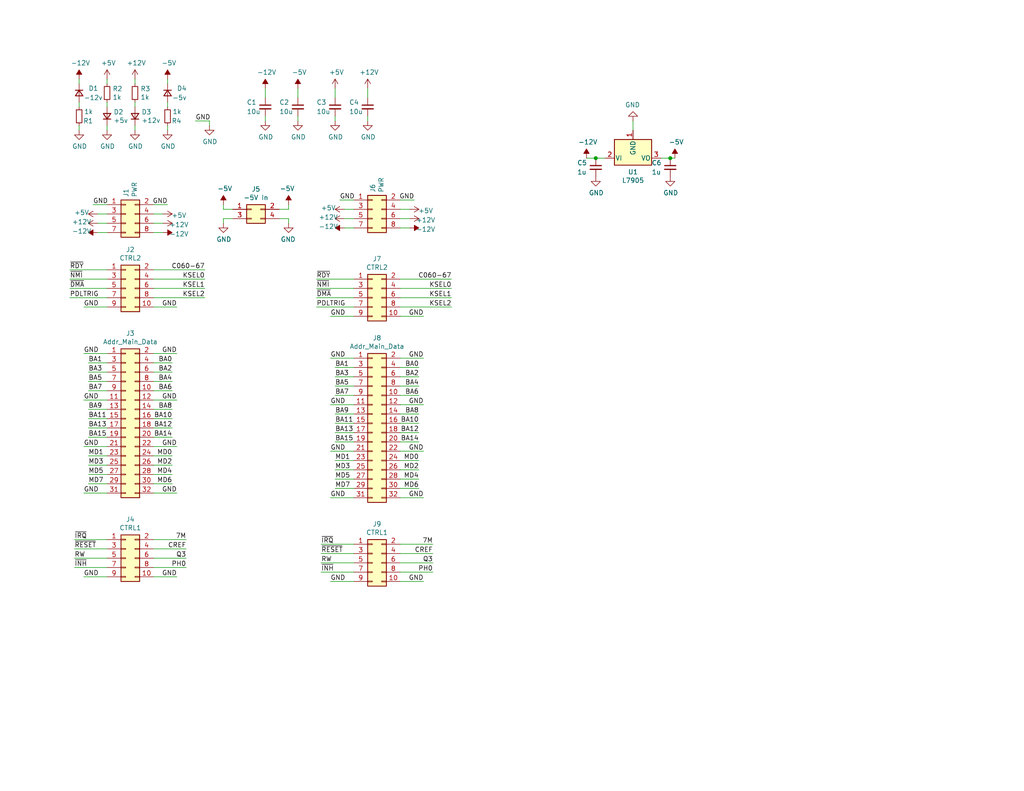
<source format=kicad_sch>
(kicad_sch (version 20230121) (generator eeschema)
  (paper "USLetter")
  (title_block (title "GD Prototyping board for Backplane") (date "2021-09-08") (rev "1"))
  (lib_symbols
    (symbol "Connector_Generic:Conn_02x02_Odd_Even" (pin_names (offset 1.016) hide)
      (property "Reference" "J" (at 1.27 2.54 0))
      (property "Value" "Conn_02x02_Odd_Even" (at 1.27 -5.08 0))
      (symbol "Conn_02x02_Odd_Even_1_1"
        (rectangle (start -1.27 -2.413) (end 0 -2.667) (stroke (width 0.1524)))
        (rectangle (start -1.27 0.127) (end 0 -0.127) (stroke (width 0.1524)))
        (rectangle (start -1.27 1.27) (end 3.81 -3.81) (stroke (width 0.254)) (fill (type background)))
        (rectangle (start 3.81 -2.413) (end 2.54 -2.667) (stroke (width 0.1524)))
        (rectangle (start 3.81 0.127) (end 2.54 -0.127) (stroke (width 0.1524)))
        (pin passive line (at -5.08 0 0) (length 3.81) (name "Pin_1") (number "1"))
        (pin passive line (at 7.62 0 180) (length 3.81) (name "Pin_2") (number "2"))
        (pin passive line (at -5.08 -2.54 0) (length 3.81) (name "Pin_3") (number "3"))
        (pin passive line (at 7.62 -2.54 180) (length 3.81) (name "Pin_4") (number "4"))
      )
    )
    (symbol "Connector_Generic:Conn_02x04_Odd_Even" (pin_names (offset 1.016) hide)
      (property "Reference" "J" (at 1.27 5.08 0))
      (property "Value" "Conn_02x04_Odd_Even" (at 1.27 -7.62 0))
      (symbol "Conn_02x04_Odd_Even_1_1"
        (rectangle (start -1.27 -4.953) (end 0 -5.207) (stroke (width 0.1524)))
        (rectangle (start -1.27 -2.413) (end 0 -2.667) (stroke (width 0.1524)))
        (rectangle (start -1.27 0.127) (end 0 -0.127) (stroke (width 0.1524)))
        (rectangle (start -1.27 2.667) (end 0 2.413) (stroke (width 0.1524)))
        (rectangle (start -1.27 3.81) (end 3.81 -6.35) (stroke (width 0.254)) (fill (type background)))
        (rectangle (start 3.81 -4.953) (end 2.54 -5.207) (stroke (width 0.1524)))
        (rectangle (start 3.81 -2.413) (end 2.54 -2.667) (stroke (width 0.1524)))
        (rectangle (start 3.81 0.127) (end 2.54 -0.127) (stroke (width 0.1524)))
        (rectangle (start 3.81 2.667) (end 2.54 2.413) (stroke (width 0.1524)))
        (pin passive line (at -5.08 2.54 0) (length 3.81) (name "Pin_1") (number "1"))
        (pin passive line (at 7.62 2.54 180) (length 3.81) (name "Pin_2") (number "2"))
        (pin passive line (at -5.08 0 0) (length 3.81) (name "Pin_3") (number "3"))
        (pin passive line (at 7.62 0 180) (length 3.81) (name "Pin_4") (number "4"))
        (pin passive line (at -5.08 -2.54 0) (length 3.81) (name "Pin_5") (number "5"))
        (pin passive line (at 7.62 -2.54 180) (length 3.81) (name "Pin_6") (number "6"))
        (pin passive line (at -5.08 -5.08 0) (length 3.81) (name "Pin_7") (number "7"))
        (pin passive line (at 7.62 -5.08 180) (length 3.81) (name "Pin_8") (number "8"))
      )
    )
    (symbol "Connector_Generic:Conn_02x05_Odd_Even" (pin_names (offset 1.016) hide)
      (property "Reference" "J" (at 1.27 7.62 0))
      (property "Value" "Conn_02x05_Odd_Even" (at 1.27 -7.62 0))
      (symbol "Conn_02x05_Odd_Even_1_1"
        (rectangle (start -1.27 -4.953) (end 0 -5.207) (stroke (width 0.1524)))
        (rectangle (start -1.27 -2.413) (end 0 -2.667) (stroke (width 0.1524)))
        (rectangle (start -1.27 0.127) (end 0 -0.127) (stroke (width 0.1524)))
        (rectangle (start -1.27 2.667) (end 0 2.413) (stroke (width 0.1524)))
        (rectangle (start -1.27 5.207) (end 0 4.953) (stroke (width 0.1524)))
        (rectangle (start -1.27 6.35) (end 3.81 -6.35) (stroke (width 0.254)) (fill (type background)))
        (rectangle (start 3.81 -4.953) (end 2.54 -5.207) (stroke (width 0.1524)))
        (rectangle (start 3.81 -2.413) (end 2.54 -2.667) (stroke (width 0.1524)))
        (rectangle (start 3.81 0.127) (end 2.54 -0.127) (stroke (width 0.1524)))
        (rectangle (start 3.81 2.667) (end 2.54 2.413) (stroke (width 0.1524)))
        (rectangle (start 3.81 5.207) (end 2.54 4.953) (stroke (width 0.1524)))
        (pin passive line (at -5.08 5.08 0) (length 3.81) (name "Pin_1") (number "1"))
        (pin passive line (at 7.62 -5.08 180) (length 3.81) (name "Pin_10") (number "10"))
        (pin passive line (at 7.62 5.08 180) (length 3.81) (name "Pin_2") (number "2"))
        (pin passive line (at -5.08 2.54 0) (length 3.81) (name "Pin_3") (number "3"))
        (pin passive line (at 7.62 2.54 180) (length 3.81) (name "Pin_4") (number "4"))
        (pin passive line (at -5.08 0 0) (length 3.81) (name "Pin_5") (number "5"))
        (pin passive line (at 7.62 0 180) (length 3.81) (name "Pin_6") (number "6"))
        (pin passive line (at -5.08 -2.54 0) (length 3.81) (name "Pin_7") (number "7"))
        (pin passive line (at 7.62 -2.54 180) (length 3.81) (name "Pin_8") (number "8"))
        (pin passive line (at -5.08 -5.08 0) (length 3.81) (name "Pin_9") (number "9"))
      )
    )
    (symbol "Connector_Generic:Conn_02x16_Odd_Even" (pin_names (offset 1.016) hide)
      (property "Reference" "J" (at 1.27 20.32 0))
      (property "Value" "Conn_02x16_Odd_Even" (at 1.27 -22.86 0))
      (symbol "Conn_02x16_Odd_Even_1_1"
        (rectangle (start -1.27 -20.193) (end 0 -20.447) (stroke (width 0.1524)))
        (rectangle (start -1.27 -17.653) (end 0 -17.907) (stroke (width 0.1524)))
        (rectangle (start -1.27 -15.113) (end 0 -15.367) (stroke (width 0.1524)))
        (rectangle (start -1.27 -12.573) (end 0 -12.827) (stroke (width 0.1524)))
        (rectangle (start -1.27 -10.033) (end 0 -10.287) (stroke (width 0.1524)))
        (rectangle (start -1.27 -7.493) (end 0 -7.747) (stroke (width 0.1524)))
        (rectangle (start -1.27 -4.953) (end 0 -5.207) (stroke (width 0.1524)))
        (rectangle (start -1.27 -2.413) (end 0 -2.667) (stroke (width 0.1524)))
        (rectangle (start -1.27 0.127) (end 0 -0.127) (stroke (width 0.1524)))
        (rectangle (start -1.27 2.667) (end 0 2.413) (stroke (width 0.1524)))
        (rectangle (start -1.27 5.207) (end 0 4.953) (stroke (width 0.1524)))
        (rectangle (start -1.27 7.747) (end 0 7.493) (stroke (width 0.1524)))
        (rectangle (start -1.27 10.287) (end 0 10.033) (stroke (width 0.1524)))
        (rectangle (start -1.27 12.827) (end 0 12.573) (stroke (width 0.1524)))
        (rectangle (start -1.27 15.367) (end 0 15.113) (stroke (width 0.1524)))
        (rectangle (start -1.27 17.907) (end 0 17.653) (stroke (width 0.1524)))
        (rectangle (start -1.27 19.05) (end 3.81 -21.59) (stroke (width 0.254)) (fill (type background)))
        (rectangle (start 3.81 -20.193) (end 2.54 -20.447) (stroke (width 0.1524)))
        (rectangle (start 3.81 -17.653) (end 2.54 -17.907) (stroke (width 0.1524)))
        (rectangle (start 3.81 -15.113) (end 2.54 -15.367) (stroke (width 0.1524)))
        (rectangle (start 3.81 -12.573) (end 2.54 -12.827) (stroke (width 0.1524)))
        (rectangle (start 3.81 -10.033) (end 2.54 -10.287) (stroke (width 0.1524)))
        (rectangle (start 3.81 -7.493) (end 2.54 -7.747) (stroke (width 0.1524)))
        (rectangle (start 3.81 -4.953) (end 2.54 -5.207) (stroke (width 0.1524)))
        (rectangle (start 3.81 -2.413) (end 2.54 -2.667) (stroke (width 0.1524)))
        (rectangle (start 3.81 0.127) (end 2.54 -0.127) (stroke (width 0.1524)))
        (rectangle (start 3.81 2.667) (end 2.54 2.413) (stroke (width 0.1524)))
        (rectangle (start 3.81 5.207) (end 2.54 4.953) (stroke (width 0.1524)))
        (rectangle (start 3.81 7.747) (end 2.54 7.493) (stroke (width 0.1524)))
        (rectangle (start 3.81 10.287) (end 2.54 10.033) (stroke (width 0.1524)))
        (rectangle (start 3.81 12.827) (end 2.54 12.573) (stroke (width 0.1524)))
        (rectangle (start 3.81 15.367) (end 2.54 15.113) (stroke (width 0.1524)))
        (rectangle (start 3.81 17.907) (end 2.54 17.653) (stroke (width 0.1524)))
        (pin passive line (at -5.08 17.78 0) (length 3.81) (name "Pin_1") (number "1"))
        (pin passive line (at 7.62 7.62 180) (length 3.81) (name "Pin_10") (number "10"))
        (pin passive line (at -5.08 5.08 0) (length 3.81) (name "Pin_11") (number "11"))
        (pin passive line (at 7.62 5.08 180) (length 3.81) (name "Pin_12") (number "12"))
        (pin passive line (at -5.08 2.54 0) (length 3.81) (name "Pin_13") (number "13"))
        (pin passive line (at 7.62 2.54 180) (length 3.81) (name "Pin_14") (number "14"))
        (pin passive line (at -5.08 0 0) (length 3.81) (name "Pin_15") (number "15"))
        (pin passive line (at 7.62 0 180) (length 3.81) (name "Pin_16") (number "16"))
        (pin passive line (at -5.08 -2.54 0) (length 3.81) (name "Pin_17") (number "17"))
        (pin passive line (at 7.62 -2.54 180) (length 3.81) (name "Pin_18") (number "18"))
        (pin passive line (at -5.08 -5.08 0) (length 3.81) (name "Pin_19") (number "19"))
        (pin passive line (at 7.62 17.78 180) (length 3.81) (name "Pin_2") (number "2"))
        (pin passive line (at 7.62 -5.08 180) (length 3.81) (name "Pin_20") (number "20"))
        (pin passive line (at -5.08 -7.62 0) (length 3.81) (name "Pin_21") (number "21"))
        (pin passive line (at 7.62 -7.62 180) (length 3.81) (name "Pin_22") (number "22"))
        (pin passive line (at -5.08 -10.16 0) (length 3.81) (name "Pin_23") (number "23"))
        (pin passive line (at 7.62 -10.16 180) (length 3.81) (name "Pin_24") (number "24"))
        (pin passive line (at -5.08 -12.7 0) (length 3.81) (name "Pin_25") (number "25"))
        (pin passive line (at 7.62 -12.7 180) (length 3.81) (name "Pin_26") (number "26"))
        (pin passive line (at -5.08 -15.24 0) (length 3.81) (name "Pin_27") (number "27"))
        (pin passive line (at 7.62 -15.24 180) (length 3.81) (name "Pin_28") (number "28"))
        (pin passive line (at -5.08 -17.78 0) (length 3.81) (name "Pin_29") (number "29"))
        (pin passive line (at -5.08 15.24 0) (length 3.81) (name "Pin_3") (number "3"))
        (pin passive line (at 7.62 -17.78 180) (length 3.81) (name "Pin_30") (number "30"))
        (pin passive line (at -5.08 -20.32 0) (length 3.81) (name "Pin_31") (number "31"))
        (pin passive line (at 7.62 -20.32 180) (length 3.81) (name "Pin_32") (number "32"))
        (pin passive line (at 7.62 15.24 180) (length 3.81) (name "Pin_4") (number "4"))
        (pin passive line (at -5.08 12.7 0) (length 3.81) (name "Pin_5") (number "5"))
        (pin passive line (at 7.62 12.7 180) (length 3.81) (name "Pin_6") (number "6"))
        (pin passive line (at -5.08 10.16 0) (length 3.81) (name "Pin_7") (number "7"))
        (pin passive line (at 7.62 10.16 180) (length 3.81) (name "Pin_8") (number "8"))
        (pin passive line (at -5.08 7.62 0) (length 3.81) (name "Pin_9") (number "9"))
      )
    )
    (symbol "My_Library:C_0805" (pin_numbers hide) (pin_names (offset 0.254) hide)
      (property "Reference" "C" (at 0.254 1.778 0))
      (property "Value" "C_0805" (at 0.254 -2.032 0))
      (symbol "C_0805_0_1"
        (polyline (pts (xy -1.524 -0.508) (xy 1.524 -0.508)) (stroke (width 0.3302)))
        (polyline (pts (xy -1.524 0.508) (xy 1.524 0.508)) (stroke (width 0.3048)))
      )
      (symbol "C_0805_1_1"
        (pin passive line (at 0 2.54 270) (length 2.032) (name "~") (number "1"))
        (pin passive line (at 0 -2.54 90) (length 2.032) (name "~") (number "2"))
      )
    )
    (symbol "My_Library:D_1206" (pin_numbers hide) (pin_names (offset 0.254) hide)
      (property "Reference" "D" (at -1.27 2.032 0))
      (property "Value" "D_1206" (at -3.81 -2.032 0))
      (symbol "D_1206_0_1"
        (polyline (pts (xy -0.762 -1.016) (xy -0.762 1.016)) (stroke (width 0.254)))
        (polyline (pts (xy -0.762 0) (xy 0.762 0)))
        (polyline (pts (xy 0.762 -1.016) (xy -0.762 0) (xy 0.762 1.016) (xy 0.762 -1.016)) (stroke (width 0.254)))
      )
      (symbol "D_1206_1_1"
        (pin passive line (at -2.54 0 0) (length 1.778) (name "K") (number "1"))
        (pin passive line (at 2.54 0 180) (length 1.778) (name "A") (number "2"))
      )
    )
    (symbol "My_Library:R_0805" (pin_numbers hide) (pin_names (offset 0.254) hide)
      (property "Reference" "R" (at 0.762 0.508 0))
      (property "Value" "R_0805" (at 0.762 -1.016 0))
      (symbol "R_0805_0_1"
        (rectangle (start -0.762 1.778) (end 0.762 -1.778) (stroke (width 0.2032)))
      )
      (symbol "R_0805_1_1"
        (pin passive line (at 0 2.54 270) (length 0.762) (name "~") (number "1"))
        (pin passive line (at 0 -2.54 90) (length 0.762) (name "~") (number "2"))
      )
    )
    (symbol "Regulator_Linear:L7905" (pin_names (offset 0.254))
      (property "Reference" "U" (at -3.81 -3.175 0))
      (property "Value" "L7905" (at 0 -3.175 0))
      (symbol "L7905_0_1"
        (rectangle (start -5.08 5.08) (end 5.08 -1.905) (stroke (width 0.254)) (fill (type background)))
      )
      (symbol "L7905_1_1"
        (pin power_in line (at 0 7.62 270) (length 2.54) (name "GND") (number "1"))
        (pin power_in line (at -7.62 0 0) (length 2.54) (name "VI") (number "2"))
        (pin power_out line (at 7.62 0 180) (length 2.54) (name "VO") (number "3"))
      )
    )
    (symbol "power:+12V" (power) (pin_names (offset 0))
      (property "Value" "+12V" (at 0 3.556 0))
      (symbol "+12V_0_1"
        (polyline (pts (xy -0.762 1.27) (xy 0 2.54)))
        (polyline (pts (xy 0 0) (xy 0 2.54)))
        (polyline (pts (xy 0 2.54) (xy 0.762 1.27)))
      )
      (symbol "+12V_1_1"
        (pin power_in line (at 0 0 90) (length 0) hide (name "+12V") (number "1"))
      )
    )
    (symbol "power:+5V" (power) (pin_names (offset 0))
      (property "Value" "+5V" (at 0 3.556 0))
      (symbol "+5V_0_1"
        (polyline (pts (xy -0.762 1.27) (xy 0 2.54)))
        (polyline (pts (xy 0 0) (xy 0 2.54)))
        (polyline (pts (xy 0 2.54) (xy 0.762 1.27)))
      )
      (symbol "+5V_1_1"
        (pin power_in line (at 0 0 90) (length 0) hide (name "+5V") (number "1"))
      )
    )
    (symbol "power:-12V" (power) (pin_names (offset 0))
      (property "Value" "-12V" (at 0 3.81 0))
      (symbol "-12V_0_0"
        (pin power_in line (at 0 0 90) (length 0) hide (name "-12V") (number "1"))
      )
      (symbol "-12V_0_1"
        (polyline (pts (xy 0 0) (xy 0 1.27) (xy 0.762 1.27) (xy 0 2.54) (xy -0.762 1.27) (xy 0 1.27)) (fill (type outline)))
      )
    )
    (symbol "power:-5V" (power) (pin_names (offset 0))
      (property "Value" "-5V" (at 0 3.81 0))
      (symbol "-5V_0_0"
        (pin power_in line (at 0 0 90) (length 0) hide (name "-5V") (number "1"))
      )
      (symbol "-5V_0_1"
        (polyline (pts (xy 0 0) (xy 0 1.27) (xy 0.762 1.27) (xy 0 2.54) (xy -0.762 1.27) (xy 0 1.27)) (fill (type outline)))
      )
    )
    (symbol "power:GND" (power) (pin_names (offset 0))
      (property "Value" "GND" (at 0 -3.81 0))
      (symbol "GND_0_1"
        (polyline (pts (xy 0 0) (xy 0 -1.27) (xy 1.27 -1.27) (xy 0 -2.54) (xy -1.27 -1.27) (xy 0 -1.27)))
      )
      (symbol "GND_1_1"
        (pin power_in line (at 0 0 270) (length 0) hide (name "GND") (number "1"))
      )
    )
  )
  (junction (at 182.88 43.18))
  (junction (at 162.56 43.18))
  (wire (pts (xy 29.21 96.52) (xy 22.86 96.52)))
  (wire (pts (xy 24.13 116.84) (xy 29.21 116.84)))
  (wire (pts (xy 60.96 59.69) (xy 60.96 60.96)))
  (wire (pts (xy 41.91 129.54) (xy 46.99 129.54)))
  (wire (pts (xy 41.91 106.68) (xy 46.99 106.68)))
  (wire (pts (xy 109.22 83.82) (xy 123.19 83.82)))
  (wire (pts (xy 78.74 59.69) (xy 78.74 60.96)))
  (wire (pts (xy 96.52 78.74) (xy 86.36 78.74)))
  (wire (pts (xy 109.22 107.95) (xy 114.3 107.95)))
  (wire (pts (xy 41.91 154.94) (xy 50.8 154.94)))
  (wire (pts (xy 26.67 60.96) (xy 29.21 60.96)))
  (wire (pts (xy 63.5 59.69) (xy 60.96 59.69)))
  (wire (pts (xy 41.91 96.52) (xy 48.26 96.52)))
  (wire (pts (xy 162.56 43.18) (xy 160.02 43.18)))
  (wire (pts (xy 184.15 43.18) (xy 182.88 43.18)))
  (wire (pts (xy 109.22 130.81) (xy 114.3 130.81)))
  (wire (pts (xy 91.44 107.95) (xy 96.52 107.95)))
  (wire (pts (xy 72.39 24.13) (xy 72.39 26.67)))
  (wire (pts (xy 24.13 127) (xy 29.21 127)))
  (wire (pts (xy 24.13 129.54) (xy 29.21 129.54)))
  (wire (pts (xy 41.91 76.2) (xy 55.88 76.2)))
  (wire (pts (xy 109.22 128.27) (xy 114.3 128.27)))
  (wire (pts (xy 96.52 97.79) (xy 90.17 97.79)))
  (wire (pts (xy 76.2 57.15) (xy 78.74 57.15)))
  (wire (pts (xy 29.21 147.32) (xy 20.32 147.32)))
  (wire (pts (xy 24.13 99.06) (xy 29.21 99.06)))
  (wire (pts (xy 36.83 34.29) (xy 36.83 35.56)))
  (wire (pts (xy 109.22 102.87) (xy 114.3 102.87)))
  (wire (pts (xy 44.45 60.96) (xy 41.91 60.96)))
  (wire (pts (xy 41.91 121.92) (xy 48.26 121.92)))
  (wire (pts (xy 41.91 104.14) (xy 46.99 104.14)))
  (wire (pts (xy 109.22 133.35) (xy 114.3 133.35)))
  (wire (pts (xy 45.72 34.29) (xy 45.72 35.56)))
  (wire (pts (xy 41.91 147.32) (xy 50.8 147.32)))
  (wire (pts (xy 81.28 31.75) (xy 81.28 33.02)))
  (wire (pts (xy 29.21 83.82) (xy 22.86 83.82)))
  (wire (pts (xy 91.44 31.75) (xy 91.44 33.02)))
  (wire (pts (xy 45.72 22.86) (xy 45.72 21.59)))
  (wire (pts (xy 109.22 135.89) (xy 115.57 135.89)))
  (wire (pts (xy 96.52 148.59) (xy 87.63 148.59)))
  (wire (pts (xy 91.44 115.57) (xy 96.52 115.57)))
  (wire (pts (xy 72.39 31.75) (xy 72.39 33.02)))
  (wire (pts (xy 109.22 118.11) (xy 114.3 118.11)))
  (wire (pts (xy 182.88 43.18) (xy 180.34 43.18)))
  (wire (pts (xy 109.22 148.59) (xy 118.11 148.59)))
  (wire (pts (xy 24.13 101.6) (xy 29.21 101.6)))
  (wire (pts (xy 91.44 128.27) (xy 96.52 128.27)))
  (wire (pts (xy 96.52 156.21) (xy 87.63 156.21)))
  (wire (pts (xy 76.2 59.69) (xy 78.74 59.69)))
  (wire (pts (xy 165.1 43.18) (xy 162.56 43.18)))
  (wire (pts (xy 57.15 33.02) (xy 53.34 33.02)))
  (wire (pts (xy 29.21 34.29) (xy 29.21 35.56)))
  (wire (pts (xy 109.22 97.79) (xy 115.57 97.79)))
  (wire (pts (xy 29.21 121.92) (xy 22.86 121.92)))
  (wire (pts (xy 41.91 157.48) (xy 48.26 157.48)))
  (wire (pts (xy 41.91 63.5) (xy 44.45 63.5)))
  (wire (pts (xy 41.91 134.62) (xy 48.26 134.62)))
  (wire (pts (xy 109.22 100.33) (xy 114.3 100.33)))
  (wire (pts (xy 100.33 24.13) (xy 100.33 26.67)))
  (wire (pts (xy 91.44 100.33) (xy 96.52 100.33)))
  (wire (pts (xy 41.91 152.4) (xy 50.8 152.4)))
  (wire (pts (xy 81.28 24.13) (xy 81.28 26.67)))
  (wire (pts (xy 41.91 127) (xy 46.99 127)))
  (wire (pts (xy 29.21 63.5) (xy 26.67 63.5)))
  (wire (pts (xy 24.13 119.38) (xy 29.21 119.38)))
  (wire (pts (xy 29.21 152.4) (xy 20.32 152.4)))
  (wire (pts (xy 91.44 102.87) (xy 96.52 102.87)))
  (wire (pts (xy 109.22 62.23) (xy 111.76 62.23)))
  (wire (pts (xy 41.91 99.06) (xy 46.99 99.06)))
  (wire (pts (xy 91.44 130.81) (xy 96.52 130.81)))
  (wire (pts (xy 41.91 116.84) (xy 46.99 116.84)))
  (wire (pts (xy 41.91 58.42) (xy 44.45 58.42)))
  (wire (pts (xy 21.59 29.21) (xy 21.59 27.94)))
  (wire (pts (xy 109.22 115.57) (xy 114.3 115.57)))
  (wire (pts (xy 109.22 113.03) (xy 114.3 113.03)))
  (wire (pts (xy 36.83 27.94) (xy 36.83 29.21)))
  (wire (pts (xy 24.13 132.08) (xy 29.21 132.08)))
  (wire (pts (xy 41.91 83.82) (xy 48.26 83.82)))
  (wire (pts (xy 29.21 134.62) (xy 22.86 134.62)))
  (wire (pts (xy 109.22 76.2) (xy 123.19 76.2)))
  (wire (pts (xy 109.22 81.28) (xy 123.19 81.28)))
  (wire (pts (xy 36.83 21.59) (xy 36.83 22.86)))
  (wire (pts (xy 109.22 156.21) (xy 118.11 156.21)))
  (wire (pts (xy 96.52 62.23) (xy 93.98 62.23)))
  (wire (pts (xy 109.22 158.75) (xy 115.57 158.75)))
  (wire (pts (xy 41.91 81.28) (xy 55.88 81.28)))
  (wire (pts (xy 109.22 151.13) (xy 118.11 151.13)))
  (wire (pts (xy 25.4 55.88) (xy 29.21 55.88)))
  (wire (pts (xy 91.44 105.41) (xy 96.52 105.41)))
  (wire (pts (xy 96.52 158.75) (xy 90.17 158.75)))
  (wire (pts (xy 21.59 34.29) (xy 21.59 35.56)))
  (wire (pts (xy 109.22 110.49) (xy 115.57 110.49)))
  (wire (pts (xy 96.52 83.82) (xy 86.36 83.82)))
  (wire (pts (xy 57.15 34.29) (xy 57.15 33.02)))
  (wire (pts (xy 29.21 21.59) (xy 29.21 22.86)))
  (wire (pts (xy 96.52 110.49) (xy 90.17 110.49)))
  (wire (pts (xy 91.44 133.35) (xy 96.52 133.35)))
  (wire (pts (xy 29.21 81.28) (xy 19.05 81.28)))
  (wire (pts (xy 111.76 59.69) (xy 109.22 59.69)))
  (wire (pts (xy 109.22 120.65) (xy 114.3 120.65)))
  (wire (pts (xy 29.21 78.74) (xy 19.05 78.74)))
  (wire (pts (xy 92.71 54.61) (xy 96.52 54.61)))
  (wire (pts (xy 41.91 109.22) (xy 48.26 109.22)))
  (wire (pts (xy 24.13 104.14) (xy 29.21 104.14)))
  (wire (pts (xy 91.44 120.65) (xy 96.52 120.65)))
  (wire (pts (xy 96.52 123.19) (xy 90.17 123.19)))
  (wire (pts (xy 96.52 76.2) (xy 86.36 76.2)))
  (wire (pts (xy 78.74 57.15) (xy 78.74 55.88)))
  (wire (pts (xy 91.44 24.13) (xy 91.44 26.67)))
  (wire (pts (xy 87.63 151.13) (xy 96.52 151.13)))
  (wire (pts (xy 41.91 124.46) (xy 46.99 124.46)))
  (wire (pts (xy 41.91 132.08) (xy 46.99 132.08)))
  (wire (pts (xy 41.91 149.86) (xy 50.8 149.86)))
  (wire (pts (xy 41.91 119.38) (xy 46.99 119.38)))
  (wire (pts (xy 96.52 135.89) (xy 90.17 135.89)))
  (wire (pts (xy 41.91 78.74) (xy 55.88 78.74)))
  (wire (pts (xy 41.91 55.88) (xy 45.72 55.88)))
  (wire (pts (xy 109.22 54.61) (xy 113.03 54.61)))
  (wire (pts (xy 24.13 106.68) (xy 29.21 106.68)))
  (wire (pts (xy 96.52 86.36) (xy 90.17 86.36)))
  (wire (pts (xy 96.52 81.28) (xy 86.36 81.28)))
  (wire (pts (xy 45.72 29.21) (xy 45.72 27.94)))
  (wire (pts (xy 29.21 76.2) (xy 19.05 76.2)))
  (wire (pts (xy 109.22 125.73) (xy 114.3 125.73)))
  (wire (pts (xy 29.21 157.48) (xy 22.86 157.48)))
  (wire (pts (xy 21.59 22.86) (xy 21.59 21.59)))
  (wire (pts (xy 24.13 114.3) (xy 29.21 114.3)))
  (wire (pts (xy 109.22 86.36) (xy 115.57 86.36)))
  (wire (pts (xy 91.44 118.11) (xy 96.52 118.11)))
  (wire (pts (xy 109.22 105.41) (xy 114.3 105.41)))
  (wire (pts (xy 41.91 101.6) (xy 46.99 101.6)))
  (wire (pts (xy 96.52 153.67) (xy 87.63 153.67)))
  (wire (pts (xy 60.96 57.15) (xy 60.96 55.88)))
  (wire (pts (xy 24.13 124.46) (xy 29.21 124.46)))
  (wire (pts (xy 63.5 57.15) (xy 60.96 57.15)))
  (wire (pts (xy 29.21 27.94) (xy 29.21 29.21)))
  (wire (pts (xy 29.21 73.66) (xy 19.05 73.66)))
  (wire (pts (xy 109.22 57.15) (xy 111.76 57.15)))
  (wire (pts (xy 91.44 125.73) (xy 96.52 125.73)))
  (wire (pts (xy 91.44 113.03) (xy 96.52 113.03)))
  (wire (pts (xy 93.98 59.69) (xy 96.52 59.69)))
  (wire (pts (xy 109.22 123.19) (xy 115.57 123.19)))
  (wire (pts (xy 29.21 109.22) (xy 22.86 109.22)))
  (wire (pts (xy 100.33 31.75) (xy 100.33 33.02)))
  (wire (pts (xy 41.91 114.3) (xy 46.99 114.3)))
  (wire (pts (xy 24.13 111.76) (xy 29.21 111.76)))
  (wire (pts (xy 96.52 57.15) (xy 93.98 57.15)))
  (wire (pts (xy 41.91 111.76) (xy 46.99 111.76)))
  (wire (pts (xy 109.22 153.67) (xy 118.11 153.67)))
  (wire (pts (xy 29.21 58.42) (xy 26.67 58.42)))
  (wire (pts (xy 29.21 154.94) (xy 20.32 154.94)))
  (wire (pts (xy 41.91 73.66) (xy 55.88 73.66)))
  (wire (pts (xy 20.32 149.86) (xy 29.21 149.86)))
  (wire (pts (xy 109.22 78.74) (xy 123.19 78.74)))
  (wire (pts (xy 172.72 33.02) (xy 172.72 35.56)))
  (label "MD6" (at 46.99 132.08 180))
  (label "7M" (at 118.11 148.59 180))
  (label "BA11" (at 91.44 115.57 0))
  (label "MD1" (at 24.13 124.46 0))
  (label "C060-67" (at 123.19 76.2 180))
  (label "GND" (at 48.26 134.62 180))
  (label "KSEL1" (at 55.88 78.74 180))
  (label "~{NMI}" (at 86.36 78.74 0))
  (label "BA0" (at 46.99 99.06 180))
  (label "BA1" (at 24.13 99.06 0))
  (label "~{RESET}" (at 20.32 149.86 0))
  (label "MD7" (at 91.44 133.35 0))
  (label "GND" (at 22.86 96.52 0))
  (label "BA1" (at 91.44 100.33 0))
  (label "~{RESET}" (at 87.63 151.13 0))
  (label "MD7" (at 24.13 132.08 0))
  (label "BA13" (at 91.44 118.11 0))
  (label "BA6" (at 46.99 106.68 180))
  (label "KSEL2" (at 123.19 83.82 180))
  (label "MD2" (at 46.99 127 180))
  (label "MD3" (at 24.13 127 0))
  (label "GND" (at 115.57 158.75 180))
  (label "PH0" (at 118.11 156.21 180))
  (label "BA2" (at 46.99 101.6 180))
  (label "GND" (at 113.03 54.61 180))
  (label "BA9" (at 91.44 113.03 0))
  (label "~{INH}" (at 20.32 154.94 0))
  (label "GND" (at 48.26 96.52 180))
  (label "GND" (at 90.17 110.49 0))
  (label "GND" (at 22.86 109.22 0))
  (label "~{RDY}" (at 19.05 73.66 0))
  (label "BA3" (at 91.44 102.87 0))
  (label "GND" (at 53.34 33.02 0))
  (label "~{NMI}" (at 19.05 76.2 0))
  (label "~{DMA}" (at 19.05 78.74 0))
  (label "KSEL0" (at 123.19 78.74 180))
  (label "MD4" (at 46.99 129.54 180))
  (label "MD1" (at 91.44 125.73 0))
  (label "GND" (at 92.71 54.61 0))
  (label "CREF" (at 118.11 151.13 180))
  (label "GND" (at 48.26 83.82 180))
  (label "PH0" (at 50.8 154.94 180))
  (label "MD0" (at 114.3 125.73 180))
  (label "BA8" (at 46.99 111.76 180))
  (label "BA15" (at 24.13 119.38 0))
  (label "PDLTRIG" (at 86.36 83.82 0))
  (label "GND" (at 90.17 97.79 0))
  (label "Q3" (at 50.8 152.4 180))
  (label "MD5" (at 24.13 129.54 0))
  (label "BA9" (at 24.13 111.76 0))
  (label "BA14" (at 114.3 120.65 180))
  (label "BA10" (at 114.3 115.57 180))
  (label "PDLTRIG" (at 19.05 81.28 0))
  (label "7M" (at 50.8 147.32 180))
  (label "KSEL0" (at 55.88 76.2 180))
  (label "GND" (at 22.86 157.48 0))
  (label "Q3" (at 118.11 153.67 180))
  (label "BA14" (at 46.99 119.38 180))
  (label "GND" (at 25.4 55.88 0))
  (label "BA5" (at 91.44 105.41 0))
  (label "~{IRQ}" (at 20.32 147.32 0))
  (label "GND" (at 115.57 135.89 180))
  (label "KSEL1" (at 123.19 81.28 180))
  (label "~{DMA}" (at 86.36 81.28 0))
  (label "BA5" (at 24.13 104.14 0))
  (label "GND" (at 90.17 123.19 0))
  (label "CREF" (at 50.8 149.86 180))
  (label "MD0" (at 46.99 124.46 180))
  (label "BA12" (at 46.99 116.84 180))
  (label "BA4" (at 46.99 104.14 180))
  (label "MD2" (at 114.3 128.27 180))
  (label "KSEL2" (at 55.88 81.28 180))
  (label "GND" (at 48.26 109.22 180))
  (label "BA4" (at 114.3 105.41 180))
  (label "~{RDY}" (at 86.36 76.2 0))
  (label "C060-67" (at 55.88 73.66 180))
  (label "GND" (at 48.26 121.92 180))
  (label "GND" (at 22.86 121.92 0))
  (label "BA2" (at 114.3 102.87 180))
  (label "BA7" (at 24.13 106.68 0))
  (label "GND" (at 22.86 83.82 0))
  (label "GND" (at 115.57 123.19 180))
  (label "~{INH}" (at 87.63 156.21 0))
  (label "BA13" (at 24.13 116.84 0))
  (label "GND" (at 115.57 86.36 180))
  (label "GND" (at 115.57 110.49 180))
  (label "RW" (at 87.63 153.67 0))
  (label "BA6" (at 114.3 107.95 180))
  (label "~{IRQ}" (at 87.63 148.59 0))
  (label "MD3" (at 91.44 128.27 0))
  (label "BA7" (at 91.44 107.95 0))
  (label "BA12" (at 114.3 118.11 180))
  (label "RW" (at 20.32 152.4 0))
  (label "BA0" (at 114.3 100.33 180))
  (label "MD4" (at 114.3 130.81 180))
  (label "GND" (at 115.57 97.79 180))
  (label "BA15" (at 91.44 120.65 0))
  (label "BA8" (at 114.3 113.03 180))
  (label "GND" (at 48.26 157.48 180))
  (label "BA3" (at 24.13 101.6 0))
  (label "BA10" (at 46.99 114.3 180))
  (label "GND" (at 90.17 135.89 0))
  (label "GND" (at 90.17 86.36 0))
  (label "MD6" (at 114.3 133.35 180))
  (label "GND" (at 22.86 134.62 0))
  (label "GND" (at 45.72 55.88 180))
  (label "MD5" (at 91.44 130.81 0))
  (label "GND" (at 90.17 158.75 0))
  (label "BA11" (at 24.13 114.3 0))
  (symbol (lib_id "Connector_Generic:Conn_02x16_Odd_Even") (at 34.29 114.3 0) (unit 1)
    (property "Reference" "J3" (at 35.56 91.0082 0))
    (property "Value" "Addr_Main_Data" (at 35.56 93.3196 0))
    (property "Footprint" "Connector_PinHeader_2.54mm:PinHeader_2x16_P2.54mm_Horizontal" (effects hide))
  )
  (symbol (lib_id "power:GND") (at 57.15 34.29 0) (unit 1)
    (property "Reference" "#PWR0115" (effects hide))
    (property "Value" "GND" (at 57.277 38.6842 0))
  )
  (symbol (lib_id "Connector_Generic:Conn_02x04_Odd_Even") (at 34.29 58.42 0) (unit 1)
    (property "Reference" "J1" (at 34.3916 53.848 90) (effects (justify left)))
    (property "Value" "PWR" (at 36.703 53.848 90) (effects (justify left)))
    (property "Footprint" "Connector_PinHeader_2.54mm:PinHeader_2x04_P2.54mm_Horizontal" (effects hide))
  )
  (symbol (lib_id "power:+12V") (at 26.67 60.96 90) (unit 1)
    (property "Reference" "#PWR0101" (effects hide))
    (property "Value" "+12V" (at 22.2758 60.579 90))
  )
  (symbol (lib_id "power:+5V") (at 26.67 58.42 90) (unit 1)
    (property "Reference" "#PWR0103" (effects hide))
    (property "Value" "+5V" (at 22.2758 58.039 90))
  )
  (symbol (lib_id "power:-12V") (at 44.45 63.5 270) (unit 1)
    (property "Reference" "#PWR0102" (effects hide))
    (property "Value" "-12V" (at 48.8442 63.881 90))
  )
  (symbol (lib_id "My_Library:D_1206") (at 45.72 25.4 90) (mirror x) (unit 1)
    (property "Reference" "D4" (at 48.26 24.13 90) (effects (justify right)))
    (property "Value" "-5v" (at 46.99 26.67 90) (effects (justify right)))
    (property "Footprint" "LED_SMD:LED_1206_3216Metric" (effects hide))
  )
  (symbol (lib_id "My_Library:R_0805") (at 45.72 31.75 180) (unit 1)
    (property "Reference" "R4" (at 49.53 33.02 0) (effects (justify left)))
    (property "Value" "1k" (at 49.53 30.48 0) (effects (justify left)))
    (property "Footprint" "Resistor_SMD:R_0805_2012Metric" (effects hide))
  )
  (symbol (lib_id "power:GND") (at 45.72 35.56 0) (unit 1)
    (property "Reference" "#PWR0119" (effects hide))
    (property "Value" "GND" (at 45.847 39.9542 0))
  )
  (symbol (lib_id "power:-5V") (at 45.72 21.59 0) (unit 1)
    (property "Reference" "#PWR0120" (effects hide))
    (property "Value" "-5V" (at 46.101 17.1958 0))
  )
  (symbol (lib_id "Connector_Generic:Conn_02x02_Odd_Even") (at 68.58 57.15 0) (unit 1)
    (property "Reference" "J5" (at 69.85 51.6382 0))
    (property "Value" "-5V In" (at 69.85 53.9496 0))
    (property "Footprint" "Connector_PinHeader_2.54mm:PinHeader_2x02_P2.54mm_Vertical" (effects hide))
  )
  (symbol (lib_id "power:-5V") (at 60.96 55.88 0) (unit 1)
    (property "Reference" "#PWR0121" (effects hide))
    (property "Value" "-5V" (at 61.341 51.4858 0))
  )
  (symbol (lib_id "power:GND") (at 60.96 60.96 0) (unit 1)
    (property "Reference" "#PWR0122" (effects hide))
    (property "Value" "GND" (at 61.087 65.3542 0))
  )
  (symbol (lib_id "power:-5V") (at 81.28 24.13 0) (unit 1)
    (property "Reference" "#PWR0123" (effects hide))
    (property "Value" "-5V" (at 81.661 19.7358 0))
  )
  (symbol (lib_id "My_Library:C_0805") (at 100.33 29.21 0) (unit 1)
    (property "Reference" "C4" (at 95.25 27.94 0) (effects (justify left)))
    (property "Value" "10u" (at 95.25 30.48 0) (effects (justify left)))
    (property "Footprint" "Capacitor_SMD:C_0805_2012Metric" (effects hide))
  )
  (symbol (lib_id "power:GND") (at 100.33 33.02 0) (unit 1)
    (property "Reference" "#PWR0124" (effects hide))
    (property "Value" "GND" (at 100.457 37.4142 0))
  )
  (symbol (lib_id "power:+12V") (at 100.33 24.13 0) (unit 1)
    (property "Reference" "#PWR0125" (effects hide))
    (property "Value" "+12V" (at 100.711 19.7358 0))
  )
  (symbol (lib_id "My_Library:D_1206") (at 29.21 31.75 90) (unit 1)
    (property "Reference" "D2" (at 30.988 30.5816 90) (effects (justify right)))
    (property "Value" "+5v" (at 30.988 32.893 90) (effects (justify right)))
    (property "Footprint" "LED_SMD:LED_1206_3216Metric" (effects hide))
  )
  (symbol (lib_id "My_Library:R_0805") (at 29.21 25.4 0) (unit 1)
    (property "Reference" "R2" (at 30.7086 24.2316 0) (effects (justify left)))
    (property "Value" "1k" (at 30.7086 26.543 0) (effects (justify left)))
    (property "Footprint" "Resistor_SMD:R_0805_2012Metric" (effects hide))
  )
  (symbol (lib_id "power:GND") (at 29.21 35.56 0) (unit 1)
    (property "Reference" "#PWR0104" (effects hide))
    (property "Value" "GND" (at 29.337 39.9542 0))
  )
  (symbol (lib_id "power:+5V") (at 29.21 21.59 0) (unit 1)
    (property "Reference" "#PWR0105" (effects hide))
    (property "Value" "+5V" (at 29.591 17.1958 0))
  )
  (symbol (lib_id "My_Library:D_1206") (at 36.83 31.75 90) (unit 1)
    (property "Reference" "D3" (at 38.608 30.5816 90) (effects (justify right)))
    (property "Value" "+12v" (at 38.608 32.893 90) (effects (justify right)))
    (property "Footprint" "LED_SMD:LED_1206_3216Metric" (effects hide))
  )
  (symbol (lib_id "My_Library:R_0805") (at 36.83 25.4 0) (unit 1)
    (property "Reference" "R3" (at 38.3286 24.2316 0) (effects (justify left)))
    (property "Value" "1k" (at 38.3286 26.543 0) (effects (justify left)))
    (property "Footprint" "Resistor_SMD:R_0805_2012Metric" (effects hide))
  )
  (symbol (lib_id "power:GND") (at 36.83 35.56 0) (unit 1)
    (property "Reference" "#PWR0106" (effects hide))
    (property "Value" "GND" (at 36.957 39.9542 0))
  )
  (symbol (lib_id "power:+12V") (at 93.98 59.69 90) (unit 1)
    (property "Reference" "#PWR0126" (effects hide))
    (property "Value" "+12V" (at 89.5858 59.309 90))
  )
  (symbol (lib_id "power:-12V") (at 111.76 62.23 270) (unit 1)
    (property "Reference" "#PWR0127" (effects hide))
    (property "Value" "-12V" (at 116.1542 62.611 90))
  )
  (symbol (lib_id "power:+5V") (at 93.98 57.15 90) (unit 1)
    (property "Reference" "#PWR0128" (effects hide))
    (property "Value" "+5V" (at 89.5858 56.769 90))
  )
  (symbol (lib_id "Connector_Generic:Conn_02x16_Odd_Even") (at 101.6 115.57 0) (unit 1)
    (property "Reference" "J8" (at 102.87 92.2782 0))
    (property "Value" "Addr_Main_Data" (at 102.87 94.5896 0))
    (property "Footprint" "Connector_PinHeader_2.54mm:PinHeader_2x16_P2.54mm_Vertical" (effects hide))
  )
  (symbol (lib_id "Connector_Generic:Conn_02x05_Odd_Even") (at 101.6 153.67 0) (unit 1)
    (property "Reference" "J9" (at 102.87 143.0782 0))
    (property "Value" "CTRL1" (at 102.87 145.3896 0))
    (property "Footprint" "Connector_PinHeader_2.54mm:PinHeader_2x05_P2.54mm_Vertical" (effects hide))
  )
  (symbol (lib_id "Connector_Generic:Conn_02x04_Odd_Even") (at 101.6 57.15 0) (unit 1)
    (property "Reference" "J6" (at 101.7016 52.578 90) (effects (justify left)))
    (property "Value" "PWR" (at 104.013 52.578 90) (effects (justify left)))
    (property "Footprint" "Connector_PinHeader_2.54mm:PinHeader_2x04_P2.54mm_Vertical" (effects hide))
  )
  (symbol (lib_id "power:+5V") (at 111.76 57.15 270) (unit 1)
    (property "Reference" "#PWR0129" (effects hide))
    (property "Value" "+5V" (at 116.1542 57.531 90))
  )
  (symbol (lib_id "power:+12V") (at 111.76 59.69 270) (unit 1)
    (property "Reference" "#PWR0130" (effects hide))
    (property "Value" "+12V" (at 116.1542 60.071 90))
  )
  (symbol (lib_id "power:-12V") (at 93.98 62.23 90) (unit 1)
    (property "Reference" "#PWR0131" (effects hide))
    (property "Value" "-12V" (at 89.5858 61.849 90))
  )
  (symbol (lib_id "Connector_Generic:Conn_02x05_Odd_Even") (at 101.6 81.28 0) (unit 1)
    (property "Reference" "J7" (at 102.87 70.6882 0))
    (property "Value" "CTRL2" (at 102.87 72.9996 0))
    (property "Footprint" "Connector_PinHeader_2.54mm:PinHeader_2x05_P2.54mm_Vertical" (effects hide))
  )
  (symbol (lib_id "My_Library:D_1206") (at 21.59 25.4 90) (mirror x) (unit 1)
    (property "Reference" "D1" (at 24.13 24.13 90) (effects (justify right)))
    (property "Value" "-12v" (at 22.86 26.67 90) (effects (justify right)))
    (property "Footprint" "LED_SMD:LED_1206_3216Metric" (effects hide))
  )
  (symbol (lib_id "My_Library:R_0805") (at 21.59 31.75 180) (unit 1)
    (property "Reference" "R1" (at 25.4 33.02 0) (effects (justify left)))
    (property "Value" "1k" (at 25.4 30.48 0) (effects (justify left)))
    (property "Footprint" "Resistor_SMD:R_0805_2012Metric" (effects hide))
  )
  (symbol (lib_id "power:GND") (at 21.59 35.56 0) (unit 1)
    (property "Reference" "#PWR0107" (effects hide))
    (property "Value" "GND" (at 21.717 39.9542 0))
  )
  (symbol (lib_id "power:+12V") (at 36.83 21.59 0) (unit 1)
    (property "Reference" "#PWR0108" (effects hide))
    (property "Value" "+12V" (at 37.211 17.1958 0))
  )
  (symbol (lib_id "power:-5V") (at 78.74 55.88 0) (mirror y) (unit 1)
    (property "Reference" "#PWR0132" (effects hide))
    (property "Value" "-5V" (at 78.359 51.4858 0))
  )
  (symbol (lib_id "power:GND") (at 78.74 60.96 0) (mirror y) (unit 1)
    (property "Reference" "#PWR0133" (effects hide))
    (property "Value" "GND" (at 78.613 65.3542 0))
  )
  (symbol (lib_id "power:-12V") (at 21.59 21.59 0) (unit 1)
    (property "Reference" "#PWR0109" (effects hide))
    (property "Value" "-12V" (at 21.971 17.1958 0))
  )
  (symbol (lib_id "Regulator_Linear:L7905") (at 172.72 43.18 0) (unit 1)
    (property "Reference" "U1" (at 172.72 46.9646 0))
    (property "Value" "L7905" (at 172.72 49.276 0))
    (property "Footprint" "Package_TO_SOT_THT:TO-220-3_Vertical" (effects hide))
    (property "Datasheet" "http://www.st.com/content/ccc/resource/technical/document/datasheet/c9/16/86/41/c7/2b/45/f2/CD00000450.pdf/files/CD00000450.pdf/jcr:content/translations/en.CD00000450.pdf" (effects hide))
  )
  (symbol (lib_id "power:GND") (at 172.72 33.02 180) (unit 1)
    (property "Reference" "#PWR0134" (effects hide))
    (property "Value" "GND" (at 172.593 28.6258 0))
  )
  (symbol (lib_id "power:+5V") (at 44.45 58.42 270) (unit 1)
    (property "Reference" "#PWR0116" (effects hide))
    (property "Value" "+5V" (at 48.8442 58.801 90))
  )
  (symbol (lib_id "power:-12V") (at 160.02 43.18 0) (unit 1)
    (property "Reference" "#PWR0135" (effects hide))
    (property "Value" "-12V" (at 160.401 38.7858 0))
  )
  (symbol (lib_id "power:-5V") (at 184.15 43.18 0) (unit 1)
    (property "Reference" "#PWR0136" (effects hide))
    (property "Value" "-5V" (at 184.531 38.7858 0))
  )
  (symbol (lib_id "My_Library:C_0805") (at 162.56 45.72 0) (unit 1)
    (property "Reference" "C5" (at 157.48 44.45 0) (effects (justify left)))
    (property "Value" "1u" (at 157.48 46.99 0) (effects (justify left)))
    (property "Footprint" "Capacitor_SMD:C_0805_2012Metric" (effects hide))
  )
  (symbol (lib_id "power:+12V") (at 44.45 60.96 270) (unit 1)
    (property "Reference" "#PWR0117" (effects hide))
    (property "Value" "+12V" (at 48.8442 61.341 90))
  )
  (symbol (lib_id "My_Library:C_0805") (at 182.88 45.72 0) (unit 1)
    (property "Reference" "C6" (at 177.8 44.45 0) (effects (justify left)))
    (property "Value" "1u" (at 177.8 46.99 0) (effects (justify left)))
    (property "Footprint" "Capacitor_SMD:C_0805_2012Metric" (effects hide))
  )
  (symbol (lib_id "power:GND") (at 162.56 48.26 0) (unit 1)
    (property "Reference" "#PWR0137" (effects hide))
    (property "Value" "GND" (at 162.687 52.6542 0))
  )
  (symbol (lib_id "power:GND") (at 182.88 48.26 0) (unit 1)
    (property "Reference" "#PWR0138" (effects hide))
    (property "Value" "GND" (at 183.007 52.6542 0))
  )
  (symbol (lib_id "power:-12V") (at 26.67 63.5 90) (unit 1)
    (property "Reference" "#PWR0118" (effects hide))
    (property "Value" "-12V" (at 22.2758 63.119 90))
  )
  (symbol (lib_id "My_Library:C_0805") (at 91.44 29.21 0) (unit 1)
    (property "Reference" "C3" (at 86.36 27.94 0) (effects (justify left)))
    (property "Value" "10u" (at 86.36 30.48 0) (effects (justify left)))
    (property "Footprint" "Capacitor_SMD:C_0805_2012Metric" (effects hide))
  )
  (symbol (lib_id "power:+5V") (at 91.44 24.13 0) (unit 1)
    (property "Reference" "#PWR0110" (effects hide))
    (property "Value" "+5V" (at 91.821 19.7358 0))
  )
  (symbol (lib_id "power:GND") (at 91.44 33.02 0) (unit 1)
    (property "Reference" "#PWR0111" (effects hide))
    (property "Value" "GND" (at 91.567 37.4142 0))
  )
  (symbol (lib_id "My_Library:C_0805") (at 81.28 29.21 0) (unit 1)
    (property "Reference" "C2" (at 76.2 27.94 0) (effects (justify left)))
    (property "Value" "10u" (at 76.2 30.48 0) (effects (justify left)))
    (property "Footprint" "Capacitor_SMD:C_0805_2012Metric" (effects hide))
  )
  (symbol (lib_id "power:GND") (at 81.28 33.02 0) (unit 1)
    (property "Reference" "#PWR0112" (effects hide))
    (property "Value" "GND" (at 81.407 37.4142 0))
  )
  (symbol (lib_id "My_Library:C_0805") (at 72.39 29.21 0) (unit 1)
    (property "Reference" "C1" (at 67.31 27.94 0) (effects (justify left)))
    (property "Value" "10u" (at 67.31 30.48 0) (effects (justify left)))
    (property "Footprint" "Capacitor_SMD:C_0805_2012Metric" (effects hide))
  )
  (symbol (lib_id "power:GND") (at 72.39 33.02 0) (unit 1)
    (property "Reference" "#PWR0113" (effects hide))
    (property "Value" "GND" (at 72.517 37.4142 0))
  )
  (symbol (lib_id "power:-12V") (at 72.39 24.13 0) (unit 1)
    (property "Reference" "#PWR0114" (effects hide))
    (property "Value" "-12V" (at 72.771 19.7358 0))
  )
  (symbol (lib_id "Connector_Generic:Conn_02x05_Odd_Even") (at 34.29 152.4 0) (unit 1)
    (property "Reference" "J4" (at 35.56 141.8082 0))
    (property "Value" "CTRL1" (at 35.56 144.1196 0))
    (property "Footprint" "Connector_PinHeader_2.54mm:PinHeader_2x05_P2.54mm_Horizontal" (effects hide))
  )
  (symbol (lib_id "Connector_Generic:Conn_02x05_Odd_Even") (at 34.29 78.74 0) (unit 1)
    (property "Reference" "J2" (at 35.56 68.1482 0))
    (property "Value" "CTRL2" (at 35.56 70.4596 0))
    (property "Footprint" "Connector_PinHeader_2.54mm:PinHeader_2x05_P2.54mm_Horizontal" (effects hide))
  )
)
</source>
